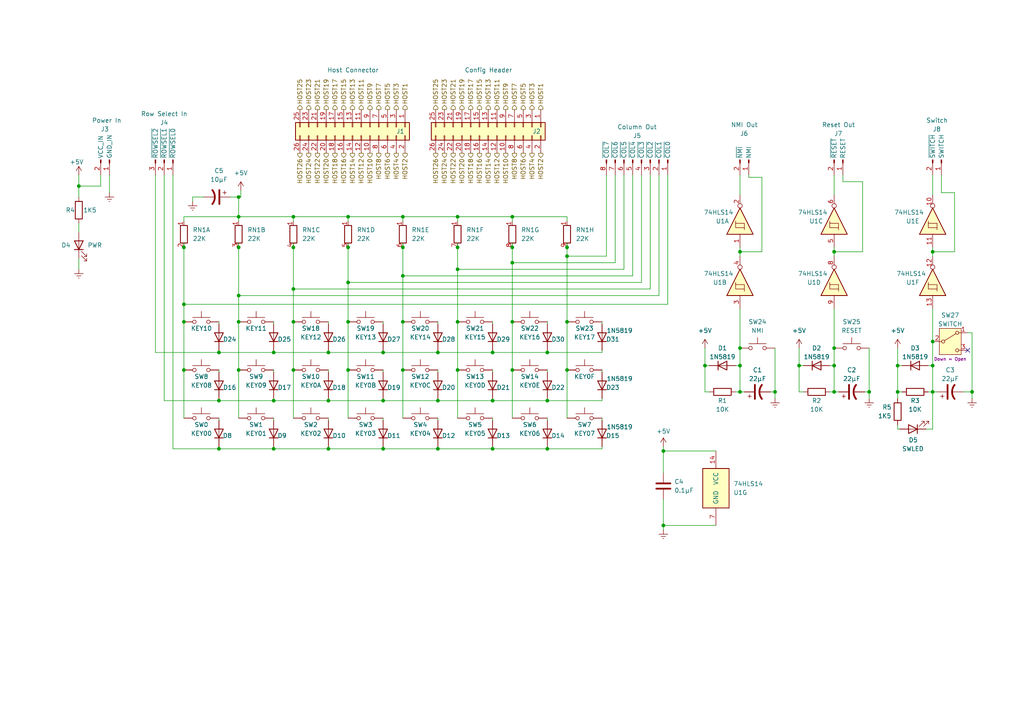
<source format=kicad_sch>
(kicad_sch (version 20230121) (generator eeschema)
  (paper "A4")
  (title_block (title "KP25TK 25 Key Hex Keyboard") (rev "0.0.8") (comment 1 "Desginer: cjs") (comment 2 "Drafter: Andy Diags"))
  (junction (at 116.84 80.01))
  (junction (at 79.375 130.175))
  (junction (at 69.215 85.725))
  (junction (at 281.94 113.665))
  (junction (at 95.25 130.175))
  (junction (at 85.09 71.755))
  (junction (at 111.125 102.235))
  (junction (at 69.215 93.345))
  (junction (at 132.715 62.865))
  (junction (at 142.875 102.235))
  (junction (at 214.63 113.665))
  (junction (at 22.86 53.975))
  (junction (at 111.125 116.205))
  (junction (at 127 102.235))
  (junction (at 192.405 152.4))
  (junction (at 63.5 102.235))
  (junction (at 270.51 113.665))
  (junction (at 100.965 71.755))
  (junction (at 132.715 78.105))
  (junction (at 100.965 62.865))
  (junction (at 270.51 73.025))
  (junction (at 252.095 113.665))
  (junction (at 100.965 107.315))
  (junction (at 164.465 74.295))
  (junction (at 85.09 93.345))
  (junction (at 69.215 57.15))
  (junction (at 132.715 93.345))
  (junction (at 158.75 116.205))
  (junction (at 95.25 102.235))
  (junction (at 79.375 102.235))
  (junction (at 164.465 71.755))
  (junction (at 69.215 62.865))
  (junction (at 158.75 130.175))
  (junction (at 63.5 130.175))
  (junction (at 142.875 130.175))
  (junction (at 148.59 93.345))
  (junction (at 241.935 106.045))
  (junction (at 214.63 100.965))
  (junction (at 214.63 73.025))
  (junction (at 127 116.205))
  (junction (at 111.125 130.175))
  (junction (at 231.775 106.045))
  (junction (at 148.59 76.2))
  (junction (at 241.935 100.965))
  (junction (at 270.51 99.06))
  (junction (at 204.47 106.045))
  (junction (at 148.59 107.315))
  (junction (at 116.84 71.755))
  (junction (at 260.35 113.665))
  (junction (at 116.84 93.345))
  (junction (at 158.75 102.235))
  (junction (at 132.715 71.755))
  (junction (at 85.09 62.865))
  (junction (at 164.465 107.315))
  (junction (at 53.34 93.345))
  (junction (at 69.215 71.755))
  (junction (at 95.25 116.205))
  (junction (at 116.84 62.865))
  (junction (at 192.405 130.81))
  (junction (at 148.59 71.755))
  (junction (at 241.935 113.665))
  (junction (at 79.375 116.205))
  (junction (at 148.59 62.865))
  (junction (at 116.84 107.315))
  (junction (at 85.09 107.315))
  (junction (at 164.465 93.345))
  (junction (at 270.51 106.045))
  (junction (at 127 130.175))
  (junction (at 142.875 116.205))
  (junction (at 214.63 106.045))
  (junction (at 224.79 113.665))
  (junction (at 53.34 107.315))
  (junction (at 241.935 73.025))
  (junction (at 63.5 116.205))
  (junction (at 100.965 81.915))
  (junction (at 53.34 71.755))
  (junction (at 100.965 93.345))
  (junction (at 132.715 107.315))
  (junction (at 53.34 88.265))
  (junction (at 69.215 107.315))
  (junction (at 85.09 83.82))
  (junction (at 260.35 106.045))
  (no_connect (at 280.67 101.6))
  (wire (pts (xy 175.895 50.8) (xy 175.895 74.295)))
  (wire (pts (xy 85.09 70.485) (xy 85.09 71.755)))
  (wire (pts (xy 132.715 62.865) (xy 132.715 64.135)))
  (wire (pts (xy 47.625 50.8) (xy 47.625 116.205)))
  (wire (pts (xy 116.84 71.755) (xy 116.84 80.01)))
  (wire (pts (xy 45.085 50.8) (xy 45.085 102.235)))
  (wire (pts (xy 100.965 81.915) (xy 100.965 93.345)))
  (wire (pts (xy 79.375 121.92) (xy 79.375 121.285)))
  (wire (pts (xy 271.78 113.665) (xy 270.51 113.665)))
  (wire (pts (xy 269.24 113.665) (xy 270.51 113.665)))
  (wire (pts (xy 231.775 100.965) (xy 231.775 106.045)))
  (wire (pts (xy 231.775 113.665) (xy 233.045 113.665)))
  (wire (pts (xy 252.095 113.665) (xy 252.095 115.57)))
  (wire (pts (xy 53.34 88.265) (xy 193.675 88.265)))
  (wire (pts (xy 79.375 130.175) (xy 63.5 130.175)))
  (wire (pts (xy 270.51 71.755) (xy 270.51 73.025)))
  (wire (pts (xy 260.35 113.665) (xy 260.35 115.57)))
  (wire (pts (xy 148.59 76.2) (xy 148.59 93.345)))
  (wire (pts (xy 63.5 101.6) (xy 63.5 102.235)))
  (wire (pts (xy 142.875 121.92) (xy 142.875 121.285)))
  (wire (pts (xy 241.935 113.665) (xy 243.205 113.665)))
  (wire (pts (xy 69.215 62.865) (xy 85.09 62.865)))
  (wire (pts (xy 214.63 89.535) (xy 214.63 100.965)))
  (wire (pts (xy 252.095 100.965) (xy 252.095 113.665)))
  (wire (pts (xy 66.675 57.15) (xy 69.215 57.15)))
  (wire (pts (xy 50.165 130.175) (xy 63.5 130.175)))
  (wire (pts (xy 22.86 74.93) (xy 22.86 78.105)))
  (wire (pts (xy 273.05 50.8) (xy 273.05 55.88)))
  (wire (pts (xy 100.965 70.485) (xy 100.965 71.755)))
  (wire (pts (xy 231.775 106.045) (xy 231.775 113.665)))
  (wire (pts (xy 250.19 73.025) (xy 241.935 73.025)))
  (wire (pts (xy 180.975 50.8) (xy 180.975 78.105)))
  (wire (pts (xy 214.63 106.045) (xy 214.63 113.665)))
  (wire (pts (xy 214.63 50.8) (xy 214.63 56.515)))
  (wire (pts (xy 224.79 115.57) (xy 224.79 113.665)))
  (wire (pts (xy 127 130.175) (xy 111.125 130.175)))
  (wire (pts (xy 132.715 107.315) (xy 132.715 121.285)))
  (wire (pts (xy 244.475 52.705) (xy 244.475 50.8)))
  (wire (pts (xy 148.59 70.485) (xy 148.59 71.755)))
  (wire (pts (xy 164.465 74.295) (xy 164.465 93.345)))
  (wire (pts (xy 158.75 130.175) (xy 142.875 130.175)))
  (wire (pts (xy 100.965 81.915) (xy 186.055 81.915)))
  (wire (pts (xy 127 130.175) (xy 127 129.54)))
  (wire (pts (xy 192.405 130.81) (xy 207.645 130.81)))
  (wire (pts (xy 280.67 96.52) (xy 281.94 96.52)))
  (wire (pts (xy 85.09 62.865) (xy 100.965 62.865)))
  (wire (pts (xy 276.86 55.88) (xy 276.86 73.025)))
  (wire (pts (xy 95.25 116.205) (xy 95.25 115.57)))
  (wire (pts (xy 111.125 116.205) (xy 111.125 115.57)))
  (wire (pts (xy 127 121.92) (xy 127 121.285)))
  (wire (pts (xy 164.465 62.865) (xy 164.465 64.135)))
  (wire (pts (xy 79.375 116.205) (xy 79.375 115.57)))
  (wire (pts (xy 270.51 99.06) (xy 270.51 106.045)))
  (wire (pts (xy 116.84 62.865) (xy 116.84 64.135)))
  (wire (pts (xy 100.965 107.315) (xy 100.965 121.285)))
  (wire (pts (xy 217.17 50.8) (xy 217.17 51.435)))
  (wire (pts (xy 250.825 113.665) (xy 252.095 113.665)))
  (wire (pts (xy 250.19 52.705) (xy 250.19 73.025)))
  (wire (pts (xy 132.715 62.865) (xy 148.59 62.865)))
  (wire (pts (xy 188.595 83.82) (xy 188.595 50.8)))
  (wire (pts (xy 164.465 93.345) (xy 164.465 107.315)))
  (wire (pts (xy 22.86 64.77) (xy 22.86 67.31)))
  (wire (pts (xy 63.5 107.315) (xy 63.5 107.95)))
  (wire (pts (xy 69.215 107.315) (xy 69.215 121.285)))
  (wire (pts (xy 142.875 130.175) (xy 127 130.175)))
  (wire (pts (xy 53.34 107.315) (xy 53.34 121.285)))
  (wire (pts (xy 164.465 107.315) (xy 164.465 121.285)))
  (wire (pts (xy 174.625 116.205) (xy 174.625 115.57)))
  (wire (pts (xy 204.47 100.965) (xy 204.47 106.045)))
  (wire (pts (xy 148.59 62.865) (xy 164.465 62.865)))
  (wire (pts (xy 116.84 70.485) (xy 116.84 71.755)))
  (wire (pts (xy 148.59 76.2) (xy 178.435 76.2)))
  (wire (pts (xy 69.215 93.345) (xy 69.215 107.315)))
  (wire (pts (xy 148.59 62.865) (xy 148.59 64.135)))
  (wire (pts (xy 142.875 130.175) (xy 142.875 129.54)))
  (wire (pts (xy 22.86 53.975) (xy 22.86 57.15)))
  (wire (pts (xy 158.75 102.235) (xy 174.625 102.235)))
  (wire (pts (xy 132.715 71.755) (xy 132.715 78.105)))
  (wire (pts (xy 174.625 107.315) (xy 174.625 107.95)))
  (wire (pts (xy 69.215 57.15) (xy 69.85 57.15)))
  (wire (pts (xy 63.5 102.235) (xy 79.375 102.235)))
  (wire (pts (xy 224.79 113.665) (xy 223.52 113.665)))
  (wire (pts (xy 53.34 71.755) (xy 53.34 88.265)))
  (wire (pts (xy 111.125 107.95) (xy 111.125 107.315)))
  (wire (pts (xy 281.94 96.52) (xy 281.94 113.665)))
  (wire (pts (xy 111.125 130.175) (xy 111.125 129.54)))
  (wire (pts (xy 85.09 62.865) (xy 85.09 64.135)))
  (wire (pts (xy 22.86 53.975) (xy 22.86 50.8)))
  (wire (pts (xy 85.09 71.755) (xy 85.09 83.82)))
  (wire (pts (xy 100.965 62.865) (xy 116.84 62.865)))
  (wire (pts (xy 224.79 100.965) (xy 224.79 113.665)))
  (wire (pts (xy 85.09 83.82) (xy 188.595 83.82)))
  (wire (pts (xy 47.625 116.205) (xy 63.5 116.205)))
  (wire (pts (xy 63.5 93.345) (xy 63.5 93.98)))
  (wire (pts (xy 192.405 144.78) (xy 192.405 152.4)))
  (wire (pts (xy 158.75 116.205) (xy 174.625 116.205)))
  (wire (pts (xy 260.35 124.46) (xy 260.35 123.19)))
  (wire (pts (xy 270.51 106.045) (xy 270.51 113.665)))
  (wire (pts (xy 55.88 57.15) (xy 59.055 57.15)))
  (wire (pts (xy 270.51 73.025) (xy 270.51 74.295)))
  (wire (pts (xy 79.375 107.95) (xy 79.375 107.315)))
  (wire (pts (xy 191.135 85.725) (xy 191.135 50.8)))
  (wire (pts (xy 111.125 102.235) (xy 127 102.235)))
  (wire (pts (xy 100.965 62.865) (xy 100.965 64.135)))
  (wire (pts (xy 204.47 106.045) (xy 204.47 113.665)))
  (wire (pts (xy 193.675 88.265) (xy 193.675 50.8)))
  (wire (pts (xy 63.5 121.92) (xy 63.5 121.285)))
  (wire (pts (xy 95.25 101.6) (xy 95.25 102.235)))
  (wire (pts (xy 281.94 113.665) (xy 281.94 115.57)))
  (wire (pts (xy 127 102.235) (xy 142.875 102.235)))
  (wire (pts (xy 148.59 107.315) (xy 148.59 121.285)))
  (wire (pts (xy 142.875 107.95) (xy 142.875 107.315)))
  (wire (pts (xy 204.47 113.665) (xy 205.74 113.665)))
  (wire (pts (xy 192.405 153.67) (xy 192.405 152.4)))
  (wire (pts (xy 50.165 50.8) (xy 50.165 130.175)))
  (wire (pts (xy 63.5 116.205) (xy 79.375 116.205)))
  (wire (pts (xy 116.84 80.01) (xy 183.515 80.01)))
  (wire (pts (xy 260.35 106.045) (xy 261.62 106.045)))
  (wire (pts (xy 174.625 130.175) (xy 158.75 130.175)))
  (wire (pts (xy 268.605 124.46) (xy 270.51 124.46)))
  (wire (pts (xy 260.35 106.045) (xy 260.35 113.665)))
  (wire (pts (xy 63.5 130.175) (xy 63.5 129.54)))
  (wire (pts (xy 164.465 74.295) (xy 175.895 74.295)))
  (wire (pts (xy 69.85 57.15) (xy 69.85 55.245)))
  (wire (pts (xy 142.875 102.235) (xy 158.75 102.235)))
  (wire (pts (xy 142.875 116.205) (xy 142.875 115.57)))
  (wire (pts (xy 213.36 106.045) (xy 214.63 106.045)))
  (wire (pts (xy 95.25 107.95) (xy 95.25 107.315)))
  (wire (pts (xy 241.935 100.965) (xy 241.935 106.045)))
  (wire (pts (xy 53.34 70.485) (xy 53.34 71.755)))
  (wire (pts (xy 269.24 106.045) (xy 270.51 106.045)))
  (wire (pts (xy 55.88 58.42) (xy 55.88 57.15)))
  (wire (pts (xy 100.965 93.345) (xy 100.965 107.315)))
  (wire (pts (xy 231.775 106.045) (xy 233.045 106.045)))
  (wire (pts (xy 241.935 50.8) (xy 241.935 56.515)))
  (wire (pts (xy 270.51 50.8) (xy 270.51 56.515)))
  (wire (pts (xy 111.125 101.6) (xy 111.125 102.235)))
  (wire (pts (xy 79.375 101.6) (xy 79.375 102.235)))
  (wire (pts (xy 132.715 78.105) (xy 180.975 78.105)))
  (wire (pts (xy 213.36 113.665) (xy 214.63 113.665)))
  (wire (pts (xy 183.515 50.8) (xy 183.515 80.01)))
  (wire (pts (xy 69.215 85.725) (xy 191.135 85.725)))
  (wire (pts (xy 260.35 113.665) (xy 261.62 113.665)))
  (wire (pts (xy 127 116.205) (xy 142.875 116.205)))
  (wire (pts (xy 148.59 93.345) (xy 148.59 107.315)))
  (wire (pts (xy 79.375 93.345) (xy 79.375 93.98)))
  (wire (pts (xy 260.985 124.46) (xy 260.35 124.46)))
  (wire (pts (xy 100.965 71.755) (xy 100.965 81.915)))
  (wire (pts (xy 214.63 113.665) (xy 215.9 113.665)))
  (wire (pts (xy 192.405 130.81) (xy 192.405 137.16)))
  (wire (pts (xy 132.715 78.105) (xy 132.715 93.345)))
  (wire (pts (xy 116.84 107.315) (xy 116.84 121.285)))
  (wire (pts (xy 116.84 80.01) (xy 116.84 93.345)))
  (wire (pts (xy 142.875 101.6) (xy 142.875 102.235)))
  (wire (pts (xy 214.63 73.025) (xy 214.63 74.295)))
  (wire (pts (xy 158.75 116.205) (xy 158.75 115.57)))
  (wire (pts (xy 241.935 89.535) (xy 241.935 100.965)))
  (wire (pts (xy 132.715 70.485) (xy 132.715 71.755)))
  (wire (pts (xy 178.435 50.8) (xy 178.435 76.2)))
  (wire (pts (xy 241.935 71.755) (xy 241.935 73.025)))
  (wire (pts (xy 240.665 113.665) (xy 241.935 113.665)))
  (wire (pts (xy 244.475 52.705) (xy 250.19 52.705)))
  (wire (pts (xy 95.25 121.92) (xy 95.25 121.285)))
  (wire (pts (xy 85.09 83.82) (xy 85.09 93.345)))
  (wire (pts (xy 174.625 102.235) (xy 174.625 101.6)))
  (wire (pts (xy 29.21 53.975) (xy 29.21 50.8)))
  (wire (pts (xy 158.75 101.6) (xy 158.75 102.235)))
  (wire (pts (xy 158.75 130.175) (xy 158.75 129.54)))
  (wire (pts (xy 279.4 113.665) (xy 281.94 113.665)))
  (wire (pts (xy 79.375 116.205) (xy 95.25 116.205)))
  (wire (pts (xy 142.875 116.205) (xy 158.75 116.205)))
  (wire (pts (xy 111.125 93.345) (xy 111.125 93.98)))
  (wire (pts (xy 79.375 130.175) (xy 79.375 129.54)))
  (wire (pts (xy 85.09 107.315) (xy 85.09 121.285)))
  (wire (pts (xy 273.05 55.88) (xy 276.86 55.88)))
  (wire (pts (xy 174.625 121.285) (xy 174.625 121.92)))
  (wire (pts (xy 186.055 81.915) (xy 186.055 50.8)))
  (wire (pts (xy 69.215 85.725) (xy 69.215 93.345)))
  (wire (pts (xy 214.63 100.965) (xy 214.63 106.045)))
  (wire (pts (xy 95.25 102.235) (xy 111.125 102.235)))
  (wire (pts (xy 158.75 121.92) (xy 158.75 121.285)))
  (wire (pts (xy 22.86 53.975) (xy 29.21 53.975)))
  (wire (pts (xy 214.63 71.755) (xy 214.63 73.025)))
  (wire (pts (xy 192.405 129.54) (xy 192.405 130.81)))
  (wire (pts (xy 45.085 102.235) (xy 63.5 102.235)))
  (wire (pts (xy 69.215 62.865) (xy 69.215 64.135)))
  (wire (pts (xy 79.375 102.235) (xy 95.25 102.235)))
  (wire (pts (xy 220.98 51.435) (xy 217.17 51.435)))
  (wire (pts (xy 53.34 64.135) (xy 53.34 62.865)))
  (wire (pts (xy 111.125 121.92) (xy 111.125 121.285)))
  (wire (pts (xy 174.625 129.54) (xy 174.625 130.175)))
  (wire (pts (xy 69.215 62.865) (xy 69.215 57.15)))
  (wire (pts (xy 127 101.6) (xy 127 102.235)))
  (wire (pts (xy 111.125 116.205) (xy 127 116.205)))
  (wire (pts (xy 63.5 115.57) (xy 63.5 116.205)))
  (wire (pts (xy 69.215 70.485) (xy 69.215 71.755)))
  (wire (pts (xy 95.25 130.175) (xy 95.25 129.54)))
  (wire (pts (xy 127 116.205) (xy 127 115.57)))
  (wire (pts (xy 53.34 93.345) (xy 53.34 107.315)))
  (wire (pts (xy 164.465 71.755) (xy 164.465 74.295)))
  (wire (pts (xy 79.375 130.175) (xy 95.25 130.175)))
  (wire (pts (xy 116.84 62.865) (xy 132.715 62.865)))
  (wire (pts (xy 31.75 50.8) (xy 31.75 55.88)))
  (wire (pts (xy 148.59 71.755) (xy 148.59 76.2)))
  (wire (pts (xy 174.625 93.98) (xy 174.625 93.345)))
  (wire (pts (xy 158.75 107.95) (xy 158.75 107.315)))
  (wire (pts (xy 270.51 124.46) (xy 270.51 113.665)))
  (wire (pts (xy 164.465 70.485) (xy 164.465 71.755)))
  (wire (pts (xy 260.35 100.965) (xy 260.35 106.045)))
  (wire (pts (xy 158.75 93.345) (xy 158.75 93.98)))
  (wire (pts (xy 95.25 116.205) (xy 111.125 116.205)))
  (wire (pts (xy 204.47 106.045) (xy 205.74 106.045)))
  (wire (pts (xy 220.98 51.435) (xy 220.98 73.025)))
  (wire (pts (xy 132.715 93.345) (xy 132.715 107.315)))
  (wire (pts (xy 85.09 93.345) (xy 85.09 107.315)))
  (wire (pts (xy 127 93.345) (xy 127 93.98)))
  (wire (pts (xy 270.51 89.535) (xy 270.51 99.06)))
  (wire (pts (xy 53.34 62.865) (xy 69.215 62.865)))
  (wire (pts (xy 220.98 73.025) (xy 214.63 73.025)))
  (wire (pts (xy 69.215 71.755) (xy 69.215 85.725)))
  (wire (pts (xy 142.875 93.345) (xy 142.875 93.98)))
  (wire (pts (xy 127 107.95) (xy 127 107.315)))
  (wire (pts (xy 192.405 152.4) (xy 207.645 152.4)))
  (wire (pts (xy 95.25 130.175) (xy 111.125 130.175)))
  (wire (pts (xy 95.25 93.345) (xy 95.25 93.98)))
  (wire (pts (xy 241.935 73.025) (xy 241.935 74.295)))
  (wire (pts (xy 240.665 106.045) (xy 241.935 106.045)))
  (wire (pts (xy 276.86 73.025) (xy 270.51 73.025)))
  (wire (pts (xy 116.84 93.345) (xy 116.84 107.315)))
  (wire (pts (xy 241.935 106.045) (xy 241.935 113.665)))
  (wire (pts (xy 53.34 88.265) (xy 53.34 93.345)))
  (hierarchical_label "HOST2" (shape output) (at 156.845 44.45 270))
  (hierarchical_label "HOST5" (shape output) (at 112.395 31.75 90))
  (hierarchical_label "HOST10" (shape output) (at 146.685 44.45 270))
  (hierarchical_label "HOST24" (shape output) (at 128.905 44.45 270))
  (hierarchical_label "HOST18" (shape output) (at 97.155 44.45 270))
  (hierarchical_label "HOST16" (shape output) (at 99.695 44.45 270))
  (hierarchical_label "HOST3" (shape output) (at 114.935 31.75 90))
  (hierarchical_label "HOST21" (shape output) (at 131.445 31.75 90))
  (hierarchical_label "HOST3" (shape output) (at 154.305 31.75 90))
  (hierarchical_label "HOST25" (shape output) (at 126.365 31.75 90))
  (hierarchical_label "HOST26" (shape output) (at 86.995 44.45 270))
  (hierarchical_label "HOST1" (shape output) (at 117.475 31.75 90))
  (hierarchical_label "HOST23" (shape output) (at 89.535 31.75 90))
  (hierarchical_label "HOST19" (shape output) (at 94.615 31.75 90))
  (hierarchical_label "HOST12" (shape output) (at 144.145 44.45 270))
  (hierarchical_label "HOST8" (shape output) (at 109.855 44.45 270))
  (hierarchical_label "HOST7" (shape output) (at 149.225 31.75 90))
  (hierarchical_label "HOST12" (shape output) (at 104.775 44.45 270))
  (hierarchical_label "HOST26" (shape output) (at 126.365 44.45 270))
  (hierarchical_label "HOST7" (shape output) (at 109.855 31.75 90))
  (hierarchical_label "HOST24" (shape output) (at 89.535 44.45 270))
  (hierarchical_label "HOST6" (shape output) (at 151.765 44.45 270))
  (hierarchical_label "HOST16" (shape output) (at 139.065 44.45 270))
  (hierarchical_label "HOST18" (shape output) (at 136.525 44.45 270))
  (hierarchical_label "HOST17" (shape output) (at 97.155 31.75 90))
  (hierarchical_label "HOST2" (shape output) (at 117.475 44.45 270))
  (hierarchical_label "HOST9" (shape output) (at 146.685 31.75 90))
  (hierarchical_label "HOST23" (shape output) (at 128.905 31.75 90))
  (hierarchical_label "HOST21" (shape output) (at 92.075 31.75 90))
  (hierarchical_label "HOST22" (shape output) (at 92.075 44.45 270))
  (hierarchical_label "HOST15" (shape output) (at 139.065 31.75 90))
  (hierarchical_label "HOST20" (shape output) (at 94.615 44.45 270))
  (hierarchical_label "HOST1" (shape output) (at 156.845 31.75 90))
  (hierarchical_label "HOST13" (shape output) (at 141.605 31.75 90))
  (hierarchical_label "HOST10" (shape output) (at 107.315 44.45 270))
  (hierarchical_label "HOST25" (shape output) (at 86.995 31.75 90))
  (hierarchical_label "HOST22" (shape output) (at 131.445 44.45 270))
  (hierarchical_label "HOST4" (shape output) (at 114.935 44.45 270))
  (hierarchical_label "HOST20" (shape output) (at 133.985 44.45 270))
  (hierarchical_label "HOST11" (shape output) (at 144.145 31.75 90))
  (hierarchical_label "HOST13" (shape output) (at 102.235 31.75 90))
  (hierarchical_label "HOST19" (shape output) (at 133.985 31.75 90))
  (hierarchical_label "HOST11" (shape output) (at 104.775 31.75 90))
  (hierarchical_label "HOST4" (shape output) (at 154.305 44.45 270))
  (hierarchical_label "HOST8" (shape output) (at 149.225 44.45 270))
  (hierarchical_label "HOST6" (shape output) (at 112.395 44.45 270))
  (hierarchical_label "HOST5" (shape output) (at 151.765 31.75 90))
  (hierarchical_label "HOST17" (shape output) (at 136.525 31.75 90))
  (hierarchical_label "HOST14" (shape output) (at 141.605 44.45 270))
  (hierarchical_label "HOST15" (shape output) (at 99.695 31.75 90))
  (hierarchical_label "HOST14" (shape output) (at 102.235 44.45 270))
  (hierarchical_label "HOST9" (shape output) (at 107.315 31.75 90))
  (symbol (lib_id "Device:R_Network08_Split") (at 132.715 67.945 0) (unit 6)
    (property "Reference" "RN1" (at 135.255 66.675 0) (effects (justify left)))
    (property "Value" "22K" (at 135.255 69.215 0) (effects (justify left)))
    (property "Footprint" "Resistor_THT:R_Array_SIP9" (effects hide))
    (property "Datasheet" "http://www.vishay.com/docs/31509/csc.pdf" (effects hide))
  )
  (symbol (lib_id "Device:LED") (at 22.86 71.12 90) (unit 1)
    (property "Reference" "D4" (at 17.78 71.12 90) (effects (justify right)))
    (property "Value" "PWR" (at 25.4 71.12 90) (effects (justify right)))
    (property "Footprint" "LED_THT:LED_D3.0mm" (effects hide))
  )
  (symbol (lib_id "Diode:1N4148") (at 79.375 97.79 90) (unit 1)
    (property "Reference" "D25" (at 84.455 98.425 90) (effects (justify left)))
    (property "Value" "1N5819" (effects hide))
    (property "Footprint" "Diode_THT:D_DO-35_SOD27_P7.62mm_Horizontal" (effects hide))
    (property "Datasheet" "https://assets.nexperia.com/documents/data-sheet/1N4148_1N4448.pdf" (effects hide))
    (property "Sim.Device" "D" (effects hide))
    (property "Sim.Pins" "1=K 2=A" (effects hide))
  )
  (symbol (lib_id "Device:R_Network08_Split") (at 69.215 67.945 0) (unit 2)
    (property "Reference" "RN1" (at 71.755 66.675 0) (effects (justify left)))
    (property "Value" "22K" (at 71.755 69.215 0) (effects (justify left)))
    (property "Footprint" "Resistor_THT:R_Array_SIP9" (effects hide))
    (property "Datasheet" "http://www.vishay.com/docs/31509/csc.pdf" (effects hide))
  )
  (symbol (lib_id "Switch:SW_Push") (at 58.42 121.285 0) (unit 1)
    (property "Reference" "SW0" (at 58.42 123.19 0))
    (property "Value" "KEY00" (at 58.42 125.73 0))
    (property "Footprint" "Button_Switch_Keyboard:SW_Cherry_MX_1.00u_PCB" (effects hide))
  )
  (symbol (lib_id "Switch:SW_Push") (at 58.42 107.315 0) (unit 1)
    (property "Reference" "SW8" (at 58.42 109.22 0))
    (property "Value" "KEY08" (at 58.42 111.76 0))
    (property "Footprint" "Button_Switch_Keyboard:SW_Cherry_MX_1.00u_PCB" (effects hide))
  )
  (symbol (lib_id "Diode:1N4148") (at 63.5 97.79 90) (unit 1)
    (property "Reference" "D24" (at 68.58 98.425 90) (effects (justify left)))
    (property "Value" "1N5819" (effects hide))
    (property "Footprint" "Diode_THT:D_DO-35_SOD27_P7.62mm_Horizontal" (effects hide))
    (property "Datasheet" "https://assets.nexperia.com/documents/data-sheet/1N4148_1N4448.pdf" (effects hide))
    (property "Sim.Device" "D" (effects hide))
    (property "Sim.Pins" "1=K 2=A" (effects hide))
  )
  (symbol (lib_id "Device:C") (at 192.405 140.97 180) (unit 1)
    (property "Reference" "C4" (at 195.58 139.7 0) (effects (justify right)))
    (property "Value" "0.1µF" (at 195.58 142.24 0) (effects (justify right)))
    (property "Footprint" "Capacitor_THT:C_Disc_D5.0mm_W2.5mm_P5.00mm" (effects hide))
  )
  (symbol (lib_id "Connector_Generic:Conn_02x13_Odd_Even") (at 102.235 36.83 270) (unit 1)
    (property "Reference" "J1" (at 114.935 38.1 90) (effects (justify left)))
    (property "Value" "Host Connector" (at 109.855 20.32 90) (effects (justify right)))
    (property "Footprint" "Connector_PinHeader_2.54mm:PinHeader_2x13_P2.54mm_Vertical" (effects hide))
  )
  (symbol (lib_name "Conn_01x03_Pin_1") (lib_id "Connector:Conn_01x03_Pin") (at 47.625 46.355 270) (unit 1)
    (property "Reference" "J4" (at 47.625 35.56 90))
    (property "Value" "Row Select In" (at 47.625 33.02 90))
    (property "Footprint" "Connector_PinHeader_2.54mm:PinHeader_1x03_P2.54mm_Vertical" (effects hide))
  )
  (symbol (lib_id "Switch:SW_Push") (at 137.795 107.315 0) (unit 1)
    (property "Reference" "SW13" (at 137.795 109.22 0))
    (property "Value" "KEY0D" (at 137.795 111.76 0))
    (property "Footprint" "Button_Switch_Keyboard:SW_Cherry_MX_1.00u_PCB" (effects hide))
  )
  (symbol (lib_id "Switch:SW_Push") (at 169.545 107.315 0) (unit 1)
    (property "Reference" "SW15" (effects hide))
    (property "Value" "KEY0F" (at 169.545 109.22 0))
    (property "Footprint" "Button_Switch_Keyboard:SW_Cherry_MX_1.00u_PCB" (effects hide))
  )
  (symbol (lib_name "74LS14_1") (lib_id "74xx:74LS14") (at 207.645 141.605 0) (unit 7)
    (property "Reference" "U1" (at 212.725 142.875 0) (effects (justify left)))
    (property "Value" "74HLS14" (at 212.725 140.335 0) (effects (justify left)))
    (property "Footprint" "Package_DIP:DIP-14_W7.62mm" (effects hide))
    (property "Datasheet" "http://www.ti.com/lit/gpn/sn74LS14" (effects hide))
  )
  (symbol (lib_id "Switch:SW_Push") (at 121.92 107.315 0) (unit 1)
    (property "Reference" "SW12" (at 121.92 109.22 0))
    (property "Value" "KEY0C" (at 121.92 111.76 0))
    (property "Footprint" "Button_Switch_Keyboard:SW_Cherry_MX_1.00u_PCB" (effects hide))
  )
  (symbol (lib_id "Switch:SW_Push") (at 153.67 121.285 0) (unit 1)
    (property "Reference" "SW6" (at 153.67 123.19 0))
    (property "Value" "KEY06" (at 153.67 125.73 0))
    (property "Footprint" "Button_Switch_Keyboard:SW_Cherry_MX_1.00u_PCB" (effects hide))
  )
  (symbol (lib_id "power:Earth") (at 192.405 153.67 0) (unit 1)
    (property "Reference" "#PWR03" (effects hide))
    (property "Value" "Earth" (effects hide))
  )
  (symbol (lib_id "Switch:SW_Push") (at 74.295 93.345 0) (unit 1)
    (property "Reference" "SW17" (effects hide))
    (property "Value" "KEY11" (at 74.295 95.25 0))
    (property "Footprint" "Button_Switch_Keyboard:SW_Cherry_MX_1.00u_PCB" (effects hide))
  )
  (symbol (lib_id "Diode:1N4148") (at 127 125.73 90) (unit 1)
    (property "Reference" "D12" (at 132.08 126.365 90) (effects (justify left)))
    (property "Value" "1N5819" (effects hide))
    (property "Footprint" "Diode_THT:D_DO-35_SOD27_P7.62mm_Horizontal" (effects hide))
    (property "Datasheet" "https://assets.nexperia.com/documents/data-sheet/1N4148_1N4448.pdf" (effects hide))
    (property "Sim.Device" "D" (effects hide))
    (property "Sim.Pins" "1=K 2=A" (effects hide))
  )
  (symbol (lib_id "Diode:1N4148") (at 142.875 111.76 90) (unit 1)
    (property "Reference" "D21" (at 147.955 112.395 90) (effects (justify left)))
    (property "Value" "1N5819" (effects hide))
    (property "Footprint" "Diode_THT:D_DO-35_SOD27_P7.62mm_Horizontal" (effects hide))
    (property "Datasheet" "https://assets.nexperia.com/documents/data-sheet/1N4148_1N4448.pdf" (effects hide))
    (property "Sim.Device" "D" (effects hide))
    (property "Sim.Pins" "1=K 2=A" (effects hide))
  )
  (symbol (lib_name "Conn_01x02_Pin_3") (lib_id "Connector:Conn_01x02_Pin") (at 244.475 46.355 270) (unit 1)
    (property "Reference" "J7" (at 241.935 38.735 90) (effects (justify left)))
    (property "Value" "Reset Out" (at 243.205 36.195 90))
    (property "Footprint" "Connector_PinHeader_2.54mm:PinHeader_1x02_P2.54mm_Vertical" (effects hide))
  )
  (symbol (lib_id "Diode:1N4148") (at 158.75 111.76 90) (unit 1)
    (property "Reference" "D22" (at 163.83 112.395 90) (effects (justify left)))
    (property "Value" "1N5819" (effects hide))
    (property "Footprint" "Diode_THT:D_DO-35_SOD27_P7.62mm_Horizontal" (effects hide))
    (property "Datasheet" "https://assets.nexperia.com/documents/data-sheet/1N4148_1N4448.pdf" (effects hide))
    (property "Sim.Device" "D" (effects hide))
    (property "Sim.Pins" "1=K 2=A" (effects hide))
  )
  (symbol (lib_id "Switch:SW_Push") (at 58.42 93.345 0) (unit 1)
    (property "Reference" "SW16" (effects hide))
    (property "Value" "KEY10" (at 58.42 95.25 0))
    (property "Footprint" "Button_Switch_Keyboard:SW_Cherry_MX_1.00u_PCB" (effects hide))
  )
  (symbol (lib_id "Switch:SW_Push") (at 169.545 93.345 0) (unit 1)
    (property "Reference" "SW23" (at 169.545 95.25 0))
    (property "Value" "KEY17" (at 169.545 97.79 0))
    (property "Footprint" "Button_Switch_Keyboard:SW_Cherry_MX_1.00u_PCB" (effects hide))
  )
  (symbol (lib_id "Diode:1N4148") (at 174.625 97.79 90) (unit 1)
    (property "Reference" "D31" (at 179.705 98.425 90) (effects (justify left)))
    (property "Value" "1N5819" (at 183.515 95.885 90) (effects (justify left)))
    (property "Footprint" "Diode_THT:D_DO-35_SOD27_P7.62mm_Horizontal" (effects hide))
    (property "Datasheet" "https://assets.nexperia.com/documents/data-sheet/1N4148_1N4448.pdf" (effects hide))
    (property "Sim.Device" "D" (effects hide))
    (property "Sim.Pins" "1=K 2=A" (effects hide))
  )
  (symbol (lib_id "Device:R") (at 236.855 113.665 90) (unit 1)
    (property "Reference" "R2" (at 236.855 116.205 90))
    (property "Value" "10K" (at 236.855 118.745 90))
    (property "Footprint" "Resistor_THT:R_Axial_DIN0207_L6.3mm_D2.5mm_P10.16mm_Horizontal" (effects hide))
  )
  (symbol (lib_id "power:+5V") (at 204.47 100.965 0) (unit 1)
    (property "Reference" "#PWR02" (effects hide))
    (property "Value" "+5V" (at 204.47 95.885 0))
  )
  (symbol (lib_id "Device:C_Polarized_US") (at 62.865 57.15 270) (unit 1)
    (property "Reference" "C5" (at 63.5 49.53 90))
    (property "Value" "10µF" (at 63.5 52.07 90))
    (property "Footprint" "Capacitor_THT:CP_Radial_D5.0mm_P2.00mm" (effects hide))
  )
  (symbol (lib_id "Diode:1N4148") (at 95.25 97.79 90) (unit 1)
    (property "Reference" "D26" (at 100.33 98.425 90) (effects (justify left)))
    (property "Value" "1N5819" (effects hide))
    (property "Footprint" "Diode_THT:D_DO-35_SOD27_P7.62mm_Horizontal" (effects hide))
    (property "Datasheet" "https://assets.nexperia.com/documents/data-sheet/1N4148_1N4448.pdf" (effects hide))
    (property "Sim.Device" "D" (effects hide))
    (property "Sim.Pins" "1=K 2=A" (effects hide))
  )
  (symbol (lib_id "Diode:1N4148") (at 158.75 97.79 90) (unit 1)
    (property "Reference" "D30" (at 163.83 98.425 90) (effects (justify left)))
    (property "Value" "1N5819" (effects hide))
    (property "Footprint" "Diode_THT:D_DO-35_SOD27_P7.62mm_Horizontal" (effects hide))
    (property "Datasheet" "https://assets.nexperia.com/documents/data-sheet/1N4148_1N4448.pdf" (effects hide))
    (property "Sim.Device" "D" (effects hide))
    (property "Sim.Pins" "1=K 2=A" (effects hide))
  )
  (symbol (lib_name "Conn_01x02_Pin_4") (lib_id "Connector:Conn_01x02_Pin") (at 217.17 46.355 270) (unit 1)
    (property "Reference" "J6" (at 214.63 38.735 90) (effects (justify left)))
    (property "Value" "NMI Out" (at 215.9 36.195 90))
    (property "Footprint" "Connector_PinHeader_2.54mm:PinHeader_1x02_P2.54mm_Vertical" (effects hide))
  )
  (symbol (lib_id "Device:R") (at 260.35 119.38 0) (unit 1)
    (property "Reference" "R5" (at 255.905 118.11 0) (effects (justify left)))
    (property "Value" "1K5" (at 254.635 120.65 0) (effects (justify left)))
    (property "Footprint" "Resistor_THT:R_Axial_DIN0207_L6.3mm_D2.5mm_P10.16mm_Horizontal" (effects hide))
  )
  (symbol (lib_id "Switch:SW_Push") (at 90.17 107.315 0) (unit 1)
    (property "Reference" "SW10" (at 90.17 109.22 0))
    (property "Value" "KEY0A" (at 90.17 111.76 0))
    (property "Footprint" "Button_Switch_Keyboard:SW_Cherry_MX_1.00u_PCB" (effects hide))
  )
  (symbol (lib_id "Diode:1N4148") (at 63.5 111.76 90) (unit 1)
    (property "Reference" "D16" (at 68.58 112.395 90) (effects (justify left)))
    (property "Value" "1N5819" (effects hide))
    (property "Footprint" "Diode_THT:D_DO-35_SOD27_P7.62mm_Horizontal" (effects hide))
    (property "Datasheet" "https://assets.nexperia.com/documents/data-sheet/1N4148_1N4448.pdf" (effects hide))
    (property "Sim.Device" "D" (effects hide))
    (property "Sim.Pins" "1=K 2=A" (effects hide))
  )
  (symbol (lib_id "Switch:SW_Push") (at 137.795 93.345 0) (unit 1)
    (property "Reference" "SW21" (at 137.795 95.25 0))
    (property "Value" "KEY15" (at 137.795 97.79 0))
    (property "Footprint" "Button_Switch_Keyboard:SW_Cherry_MX_1.00u_PCB" (effects hide))
  )
  (symbol (lib_name "Conn_01x08_Pin_1") (lib_id "Connector:Conn_01x08_Pin") (at 186.055 46.355 270) (unit 1)
    (property "Reference" "J5" (at 184.785 39.37 90))
    (property "Value" "Column Out" (at 184.785 36.83 90))
    (property "Footprint" "Connector_PinHeader_2.54mm:PinHeader_1x08_P2.54mm_Vertical" (effects hide))
  )
  (symbol (lib_id "power:+5V") (at 260.35 100.965 0) (unit 1)
    (property "Reference" "#PWR010" (effects hide))
    (property "Value" "+5V" (at 260.35 95.885 0))
  )
  (symbol (lib_id "Connector_Generic:Conn_02x13_Odd_Even") (at 141.605 36.83 270) (unit 1)
    (property "Reference" "J2" (at 156.845 38.1 90) (effects (justify right)))
    (property "Value" "Config Header" (at 148.59 20.32 90) (effects (justify right)))
    (property "Footprint" "Connector_PinHeader_2.54mm:PinHeader_2x13_P2.54mm_Vertical" (effects hide))
  )
  (symbol (lib_id "Diode:1N4148") (at 158.75 125.73 90) (unit 1)
    (property "Reference" "D14" (at 163.83 126.365 90) (effects (justify left)))
    (property "Value" "1N5819" (effects hide))
    (property "Footprint" "Diode_THT:D_DO-35_SOD27_P7.62mm_Horizontal" (effects hide))
    (property "Datasheet" "https://assets.nexperia.com/documents/data-sheet/1N4148_1N4448.pdf" (effects hide))
    (property "Sim.Device" "D" (effects hide))
    (property "Sim.Pins" "1=K 2=A" (effects hide))
  )
  (symbol (lib_id "Diode:1N4148") (at 236.855 106.045 0) (unit 1)
    (property "Reference" "D2" (at 236.855 100.965 0))
    (property "Value" "1N5819" (at 236.855 103.505 0))
    (property "Footprint" "Diode_THT:D_DO-35_SOD27_P7.62mm_Horizontal" (effects hide))
    (property "Datasheet" "https://assets.nexperia.com/documents/data-sheet/1N4148_1N4448.pdf" (effects hide))
    (property "Sim.Device" "D" (effects hide))
    (property "Sim.Pins" "1=K 2=A" (effects hide))
  )
  (symbol (lib_id "Diode:1N4148") (at 127 111.76 90) (unit 1)
    (property "Reference" "D20" (at 132.08 112.395 90) (effects (justify left)))
    (property "Value" "1N5819" (effects hide))
    (property "Footprint" "Diode_THT:D_DO-35_SOD27_P7.62mm_Horizontal" (effects hide))
    (property "Datasheet" "https://assets.nexperia.com/documents/data-sheet/1N4148_1N4448.pdf" (effects hide))
    (property "Sim.Device" "D" (effects hide))
    (property "Sim.Pins" "1=K 2=A" (effects hide))
  )
  (symbol (lib_id "Device:C_Polarized_US") (at 247.015 113.665 90) (unit 1)
    (property "Reference" "C2" (at 247.015 107.315 90))
    (property "Value" "22µF" (at 247.015 109.855 90))
    (property "Footprint" "Capacitor_THT:CP_Radial_D5.0mm_P2.00mm" (effects hide))
  )
  (symbol (lib_id "Switch:SW_Push") (at 74.295 107.315 0) (unit 1)
    (property "Reference" "SW9" (at 74.295 109.22 0))
    (property "Value" "KEY09" (at 74.295 111.76 0))
    (property "Footprint" "Button_Switch_Keyboard:SW_Cherry_MX_1.00u_PCB" (effects hide))
  )
  (symbol (lib_id "Switch:SW_Push") (at 74.295 121.285 0) (unit 1)
    (property "Reference" "SW1" (at 74.295 123.19 0))
    (property "Value" "KEY01" (at 74.295 125.73 0))
    (property "Footprint" "Button_Switch_Keyboard:SW_Cherry_MX_1.00u_PCB" (effects hide))
  )
  (symbol (lib_id "power:Earth") (at 281.94 115.57 0) (unit 1)
    (property "Reference" "#PWR011" (effects hide))
    (property "Value" "Earth" (effects hide))
  )
  (symbol (lib_id "Switch:SW_Push") (at 106.045 107.315 0) (unit 1)
    (property "Reference" "SW11" (at 106.045 109.22 0))
    (property "Value" "KEY0B" (at 106.045 111.76 0))
    (property "Footprint" "Button_Switch_Keyboard:SW_Cherry_MX_1.00u_PCB" (effects hide))
  )
  (symbol (lib_id "power:Earth") (at 252.095 115.57 0) (unit 1)
    (property "Reference" "#PWR07" (effects hide))
    (property "Value" "Earth" (effects hide))
  )
  (symbol (lib_id "Device:R_Network08_Split") (at 53.34 67.945 0) (unit 1)
    (property "Reference" "RN1" (at 55.88 66.675 0) (effects (justify left)))
    (property "Value" "22K" (at 55.88 69.215 0) (effects (justify left)))
    (property "Footprint" "Resistor_THT:R_Array_SIP9" (effects hide))
    (property "Datasheet" "http://www.vishay.com/docs/31509/csc.pdf" (effects hide))
  )
  (symbol (lib_name "74LS14_2") (lib_id "74xx:74LS14") (at 214.63 64.135 90) (unit 1)
    (property "Reference" "U1" (at 211.455 64.135 90) (effects (justify left)))
    (property "Value" "74HLS14" (at 212.725 61.595 90) (effects (justify left)))
    (property "Footprint" "Package_DIP:DIP-14_W7.62mm" (effects hide))
    (property "Datasheet" "http://www.ti.com/lit/gpn/sn74LS14" (effects hide))
  )
  (symbol (lib_id "power:+5V") (at 231.775 100.965 0) (unit 1)
    (property "Reference" "#PWR05" (effects hide))
    (property "Value" "+5V" (at 231.775 95.885 0))
  )
  (symbol (lib_id "Switch:SW_SPDT") (at 275.59 99.06 0) (unit 1)
    (property "Reference" "SW27" (at 275.59 91.44 0))
    (property "Value" "SWITCH" (at 275.59 93.98 0))
    (property "Footprint" "Button_Switch_THT_Extras:SW_MINI-SPDT-SW" (effects hide))
    (property "Label" "Down = Open" (at 275.59 104.14 0) (effects (font (size 0.9 0.9))))
  )
  (symbol (lib_id "power:Earth") (at 224.79 115.57 0) (unit 1)
    (property "Reference" "#PWR01" (effects hide))
    (property "Value" "Earth" (effects hide))
  )
  (symbol (lib_id "Diode:1N4148") (at 63.5 125.73 90) (unit 1)
    (property "Reference" "D8" (at 67.31 126.365 90) (effects (justify left)))
    (property "Value" "1N5819" (effects hide))
    (property "Footprint" "Diode_THT:D_DO-35_SOD27_P7.62mm_Horizontal" (effects hide))
    (property "Datasheet" "https://assets.nexperia.com/documents/data-sheet/1N4148_1N4448.pdf" (effects hide))
    (property "Sim.Device" "D" (effects hide))
    (property "Sim.Pins" "1=K 2=A" (effects hide))
  )
  (symbol (lib_id "power:Earth") (at 55.88 58.42 0) (unit 1)
    (property "Reference" "#PWR04" (effects hide))
    (property "Value" "Earth" (effects hide))
  )
  (symbol (lib_id "power:+5V") (at 22.86 50.8 0) (unit 1)
    (property "Reference" "#PWR08" (effects hide))
    (property "Value" "+5V" (at 22.225 46.99 0))
  )
  (symbol (lib_id "Device:C_Polarized_US") (at 275.59 113.665 90) (unit 1)
    (property "Reference" "C3" (at 275.59 107.315 90))
    (property "Value" "22µF" (at 275.59 109.855 90))
    (property "Footprint" "Capacitor_THT:CP_Radial_D5.0mm_P2.00mm" (effects hide))
  )
  (symbol (lib_id "Switch:SW_Push") (at 247.015 100.965 0) (unit 1)
    (property "Reference" "SW25" (at 247.015 93.345 0))
    (property "Value" "RESET" (at 247.015 95.885 0))
    (property "Footprint" "Button_Switch_THT:SW_PUSH-12mm" (effects hide))
  )
  (symbol (lib_id "power:+5V") (at 192.405 129.54 0) (unit 1)
    (property "Reference" "#PWR09" (effects hide))
    (property "Value" "+5V" (at 192.405 125.095 0))
  )
  (symbol (lib_id "Device:R_Network08_Split") (at 148.59 67.945 0) (unit 7)
    (property "Reference" "RN1" (at 151.13 66.675 0) (effects (justify left)))
    (property "Value" "22K" (at 151.13 69.215 0) (effects (justify left)))
    (property "Footprint" "Resistor_THT:R_Array_SIP9" (effects hide))
    (property "Datasheet" "http://www.vishay.com/docs/31509/csc.pdf" (effects hide))
  )
  (symbol (lib_id "Device:R_Network08_Split") (at 164.465 67.945 0) (unit 8)
    (property "Reference" "RN1" (at 167.005 66.675 0) (effects (justify left)))
    (property "Value" "22K" (at 167.005 69.215 0) (effects (justify left)))
    (property "Footprint" "Resistor_THT:R_Array_SIP9" (effects hide))
    (property "Datasheet" "http://www.vishay.com/docs/31509/csc.pdf" (effects hide))
  )
  (symbol (lib_id "Device:R_Network08_Split") (at 85.09 67.945 0) (unit 3)
    (property "Reference" "RN1" (at 87.63 66.675 0) (effects (justify left)))
    (property "Value" "22K" (at 87.63 69.215 0) (effects (justify left)))
    (property "Footprint" "Resistor_THT:R_Array_SIP9" (effects hide))
    (property "Datasheet" "http://www.vishay.com/docs/31509/csc.pdf" (effects hide))
  )
  (symbol (lib_id "power:Earth") (at 31.75 55.88 0) (unit 1)
    (property "Reference" "#PWR06" (effects hide))
    (property "Value" "Earth" (effects hide))
  )
  (symbol (lib_id "Switch:SW_Push") (at 90.17 93.345 0) (unit 1)
    (property "Reference" "SW18" (at 90.17 95.25 0))
    (property "Value" "KEY12" (at 90.17 97.79 0))
    (property "Footprint" "Button_Switch_Keyboard:SW_Cherry_MX_1.00u_PCB" (effects hide))
  )
  (symbol (lib_id "Device:R_Network08_Split") (at 116.84 67.945 0) (unit 5)
    (property "Reference" "RN1" (at 119.38 66.675 0) (effects (justify left)))
    (property "Value" "22K" (at 119.38 69.215 0) (effects (justify left)))
    (property "Footprint" "Resistor_THT:R_Array_SIP9" (effects hide))
    (property "Datasheet" "http://www.vishay.com/docs/31509/csc.pdf" (effects hide))
  )
  (symbol (lib_id "Device:R") (at 265.43 113.665 90) (unit 1)
    (property "Reference" "R3" (at 265.43 116.205 90))
    (property "Value" "10K" (at 265.43 118.745 90))
    (property "Footprint" "Resistor_THT:R_Axial_DIN0207_L6.3mm_D2.5mm_P10.16mm_Horizontal" (effects hide))
  )
  (symbol (lib_name "74LS14_6") (lib_id "74xx:74LS14") (at 270.51 81.915 90) (unit 6)
    (property "Reference" "U1" (at 266.7 81.915 90) (effects (justify left)))
    (property "Value" "74HLS14" (at 268.605 79.375 90) (effects (justify left)))
    (property "Footprint" "Package_DIP:DIP-14_W7.62mm" (effects hide))
    (property "Datasheet" "http://www.ti.com/lit/gpn/sn74LS14" (effects hide))
  )
  (symbol (lib_id "Switch:SW_Push") (at 106.045 121.285 0) (unit 1)
    (property "Reference" "SW3" (at 106.045 123.19 0))
    (property "Value" "KEY03" (at 106.045 125.73 0))
    (property "Footprint" "Button_Switch_Keyboard:SW_Cherry_MX_1.00u_PCB" (effects hide))
  )
  (symbol (lib_id "Device:R_Network08_Split") (at 100.965 67.945 0) (unit 4)
    (property "Reference" "RN1" (at 103.505 66.675 0) (effects (justify left)))
    (property "Value" "22K" (at 103.505 69.215 0) (effects (justify left)))
    (property "Footprint" "Resistor_THT:R_Array_SIP9" (effects hide))
    (property "Datasheet" "http://www.vishay.com/docs/31509/csc.pdf" (effects hide))
  )
  (symbol (lib_id "Switch:SW_Push") (at 219.71 100.965 0) (unit 1)
    (property "Reference" "SW24" (at 219.71 93.345 0))
    (property "Value" "NMI" (at 219.71 95.885 0))
    (property "Footprint" "Button_Switch_Keyboard:SW_Cherry_MX_1.00u_PCB" (effects hide))
  )
  (symbol (lib_id "Diode:1N4148") (at 111.125 111.76 90) (unit 1)
    (property "Reference" "D19" (at 116.205 112.395 90) (effects (justify left)))
    (property "Value" "1N5819" (effects hide))
    (property "Footprint" "Diode_THT:D_DO-35_SOD27_P7.62mm_Horizontal" (effects hide))
    (property "Datasheet" "https://assets.nexperia.com/documents/data-sheet/1N4148_1N4448.pdf" (effects hide))
    (property "Sim.Device" "D" (effects hide))
    (property "Sim.Pins" "1=K 2=A" (effects hide))
  )
  (symbol (lib_id "Diode:1N4148") (at 142.875 97.79 90) (unit 1)
    (property "Reference" "D29" (at 147.955 98.425 90) (effects (justify left)))
    (property "Value" "1N5819" (effects hide))
    (property "Footprint" "Diode_THT:D_DO-35_SOD27_P7.62mm_Horizontal" (effects hide))
    (property "Datasheet" "https://assets.nexperia.com/documents/data-sheet/1N4148_1N4448.pdf" (effects hide))
    (property "Sim.Device" "D" (effects hide))
    (property "Sim.Pins" "1=K 2=A" (effects hide))
  )
  (symbol (lib_id "Switch:SW_Push") (at 121.92 93.345 0) (unit 1)
    (property "Reference" "SW20" (at 121.92 95.25 0))
    (property "Value" "KEY14" (at 121.92 97.79 0))
    (property "Footprint" "Button_Switch_Keyboard:SW_Cherry_MX_1.00u_PCB" (effects hide))
  )
  (symbol (lib_id "Device:LED") (at 264.795 124.46 180) (unit 1)
    (property "Reference" "D5" (at 263.525 127.635 0) (effects (justify right)))
    (property "Value" "SWLED" (at 261.62 130.175 0) (effects (justify right)))
    (property "Footprint" "LED_THT:LED_D3.0mm" (effects hide))
  )
  (symbol (lib_id "Diode:1N4148") (at 111.125 97.79 90) (unit 1)
    (property "Reference" "D27" (at 116.205 98.425 90) (effects (justify left)))
    (property "Value" "1N5819" (effects hide))
    (property "Footprint" "Diode_THT:D_DO-35_SOD27_P7.62mm_Horizontal" (effects hide))
    (property "Datasheet" "https://assets.nexperia.com/documents/data-sheet/1N4148_1N4448.pdf" (effects hide))
    (property "Sim.Device" "D" (effects hide))
    (property "Sim.Pins" "1=K 2=A" (effects hide))
  )
  (symbol (lib_id "Device:R") (at 209.55 113.665 90) (unit 1)
    (property "Reference" "R1" (at 209.55 116.205 90))
    (property "Value" "10K" (at 209.55 118.745 90))
    (property "Footprint" "Resistor_THT:R_Axial_DIN0207_L6.3mm_D2.5mm_P10.16mm_Horizontal" (effects hide))
  )
  (symbol (lib_id "Diode:1N4148") (at 174.625 111.76 90) (unit 1)
    (property "Reference" "D23" (at 179.705 112.395 90) (effects (justify left)))
    (property "Value" "1N5819" (at 183.515 109.855 90) (effects (justify left)))
    (property "Footprint" "Diode_THT:D_DO-35_SOD27_P7.62mm_Horizontal" (effects hide))
    (property "Datasheet" "https://assets.nexperia.com/documents/data-sheet/1N4148_1N4448.pdf" (effects hide))
    (property "Sim.Device" "D" (effects hide))
    (property "Sim.Pins" "1=K 2=A" (effects hide))
  )
  (symbol (lib_id "Switch:SW_Push") (at 169.545 121.285 0) (unit 1)
    (property "Reference" "SW7" (at 169.545 123.19 0))
    (property "Value" "KEY07" (at 169.545 125.73 0))
    (property "Footprint" "Button_Switch_Keyboard:SW_Cherry_MX_1.00u_PCB" (effects hide))
  )
  (symbol (lib_id "Switch:SW_Push") (at 153.67 107.315 0) (unit 1)
    (property "Reference" "SW14" (at 153.67 109.22 0))
    (property "Value" "KEY0E" (at 153.67 111.76 0))
    (property "Footprint" "Button_Switch_Keyboard:SW_Cherry_MX_1.00u_PCB" (effects hide))
  )
  (symbol (lib_id "Switch:SW_Push") (at 106.045 93.345 0) (unit 1)
    (property "Reference" "SW19" (at 106.045 95.25 0))
    (property "Value" "KEY13" (at 106.045 97.79 0))
    (property "Footprint" "Button_Switch_Keyboard:SW_Cherry_MX_1.00u_PCB" (effects hide))
  )
  (symbol (lib_name "Conn_01x02_Pin_2") (lib_id "Connector:Conn_01x02_Pin") (at 31.75 46.355 270) (unit 1)
    (property "Reference" "J3" (at 29.21 37.465 90) (effects (justify left)))
    (property "Value" "Power In" (at 26.67 34.925 90) (effects (justify left)))
    (property "Footprint" "Connector_PinHeader_2.54mm:PinHeader_1x02_P2.54mm_Vertical" (effects hide))
  )
  (symbol (lib_id "Diode:1N4148") (at 79.375 111.76 90) (unit 1)
    (property "Reference" "D17" (at 84.455 112.395 90) (effects (justify left)))
    (property "Value" "1N5819" (effects hide))
    (property "Footprint" "Diode_THT:D_DO-35_SOD27_P7.62mm_Horizontal" (effects hide))
    (property "Datasheet" "https://assets.nexperia.com/documents/data-sheet/1N4148_1N4448.pdf" (effects hide))
    (property "Sim.Device" "D" (effects hide))
    (property "Sim.Pins" "1=K 2=A" (effects hide))
  )
  (symbol (lib_id "Diode:1N4148") (at 95.25 125.73 90) (unit 1)
    (property "Reference" "D10" (at 100.33 126.365 90) (effects (justify left)))
    (property "Value" "1N5819" (effects hide))
    (property "Footprint" "Diode_THT:D_DO-35_SOD27_P7.62mm_Horizontal" (effects hide))
    (property "Datasheet" "https://assets.nexperia.com/documents/data-sheet/1N4148_1N4448.pdf" (effects hide))
    (property "Sim.Device" "D" (effects hide))
    (property "Sim.Pins" "1=K 2=A" (effects hide))
  )
  (symbol (lib_id "power:Earth") (at 22.86 78.105 0) (unit 1)
    (property "Reference" "#PWR013" (effects hide))
    (property "Value" "Earth" (effects hide))
  )
  (symbol (lib_id "Diode:1N4148") (at 127 97.79 90) (unit 1)
    (property "Reference" "D28" (at 132.08 98.425 90) (effects (justify left)))
    (property "Value" "1N5819" (effects hide))
    (property "Footprint" "Diode_THT:D_DO-35_SOD27_P7.62mm_Horizontal" (effects hide))
    (property "Datasheet" "https://assets.nexperia.com/documents/data-sheet/1N4148_1N4448.pdf" (effects hide))
    (property "Sim.Device" "D" (effects hide))
    (property "Sim.Pins" "1=K 2=A" (effects hide))
  )
  (symbol (lib_id "Diode:1N4148") (at 79.375 125.73 90) (unit 1)
    (property "Reference" "D9" (at 83.185 126.365 90) (effects (justify left)))
    (property "Value" "1N5819" (effects hide))
    (property "Footprint" "Diode_THT:D_DO-35_SOD27_P7.62mm_Horizontal" (effects hide))
    (property "Datasheet" "https://assets.nexperia.com/documents/data-sheet/1N4148_1N4448.pdf" (effects hide))
    (property "Sim.Device" "D" (effects hide))
    (property "Sim.Pins" "1=K 2=A" (effects hide))
  )
  (symbol (lib_name "74LS14_3") (lib_id "74xx:74LS14") (at 241.935 81.915 90) (unit 4)
    (property "Reference" "U1" (at 238.125 81.915 90) (effects (justify left)))
    (property "Value" "74HLS14" (at 240.03 79.375 90) (effects (justify left)))
    (property "Footprint" "Package_DIP:DIP-14_W7.62mm" (effects hide))
    (property "Datasheet" "http://www.ti.com/lit/gpn/sn74LS14" (effects hide))
  )
  (symbol (lib_id "Diode:1N4148") (at 265.43 106.045 0) (unit 1)
    (property "Reference" "D3" (at 265.43 100.965 0))
    (property "Value" "1N5819" (at 265.43 103.505 0))
    (property "Footprint" "Diode_THT:D_DO-35_SOD27_P7.62mm_Horizontal" (effects hide))
    (property "Datasheet" "https://assets.nexperia.com/documents/data-sheet/1N4148_1N4448.pdf" (effects hide))
    (property "Sim.Device" "D" (effects hide))
    (property "Sim.Pins" "1=K 2=A" (effects hide))
  )
  (symbol (lib_id "74xx:74LS14") (at 214.63 81.915 90) (unit 2)
    (property "Reference" "U1" (at 210.82 81.915 90) (effects (justify left)))
    (property "Value" "74HLS14" (at 212.725 79.375 90) (effects (justify left)))
    (property "Footprint" "Package_DIP:DIP-14_W7.62mm" (effects hide))
    (property "Datasheet" "http://www.ti.com/lit/gpn/sn74LS14" (effects hide))
  )
  (symbol (lib_id "Diode:1N4148") (at 111.125 125.73 90) (unit 1)
    (property "Reference" "D11" (at 116.205 126.365 90) (effects (justify left)))
    (property "Value" "1N5819" (effects hide))
    (property "Footprint" "Diode_THT:D_DO-35_SOD27_P7.62mm_Horizontal" (effects hide))
    (property "Datasheet" "https://assets.nexperia.com/documents/data-sheet/1N4148_1N4448.pdf" (effects hide))
    (property "Sim.Device" "D" (effects hide))
    (property "Sim.Pins" "1=K 2=A" (effects hide))
  )
  (symbol (lib_id "Switch:SW_Push") (at 121.92 121.285 0) (unit 1)
    (property "Reference" "SW4" (at 121.92 123.19 0))
    (property "Value" "KEY04" (at 121.92 125.73 0))
    (property "Footprint" "Button_Switch_Keyboard:SW_Cherry_MX_1.00u_PCB" (effects hide))
  )
  (symbol (lib_id "Switch:SW_Push") (at 153.67 93.345 0) (unit 1)
    (property "Reference" "SW22" (at 153.67 95.25 0))
    (property "Value" "KEY16" (at 153.67 97.79 0))
    (property "Footprint" "Button_Switch_Keyboard:SW_Cherry_MX_1.00u_PCB" (effects hide))
  )
  (symbol (lib_id "Device:R") (at 22.86 60.96 0) (unit 1)
    (property "Reference" "R4" (at 19.05 60.96 0) (effects (justify left)))
    (property "Value" "1K5" (at 24.13 60.96 0) (effects (justify left)))
    (property "Footprint" "Resistor_THT:R_Axial_DIN0207_L6.3mm_D2.5mm_P10.16mm_Horizontal" (effects hide))
  )
  (symbol (lib_name "74LS14_5") (lib_id "74xx:74LS14") (at 270.51 64.135 90) (unit 5)
    (property "Reference" "U1" (at 266.7 64.135 90) (effects (justify left)))
    (property "Value" "74HLS14" (at 267.97 61.595 90) (effects (justify left)))
    (property "Footprint" "Package_DIP:DIP-14_W7.62mm" (effects hide))
    (property "Datasheet" "http://www.ti.com/lit/gpn/sn74LS14" (effects hide))
  )
  (symbol (lib_id "Diode:1N4148") (at 209.55 106.045 0) (unit 1)
    (property "Reference" "D1" (at 209.55 100.965 0))
    (property "Value" "1N5819" (at 209.55 103.505 0))
    (property "Footprint" "Diode_THT:D_DO-35_SOD27_P7.62mm_Horizontal" (effects hide))
    (property "Datasheet" "https://assets.nexperia.com/documents/data-sheet/1N4148_1N4448.pdf" (effects hide))
    (property "Sim.Device" "D" (effects hide))
    (property "Sim.Pins" "1=K 2=A" (effects hide))
  )
  (symbol (lib_name "Conn_01x02_Pin_1") (lib_id "Connector:Conn_01x02_Pin") (at 273.05 46.355 270) (unit 1)
    (property "Reference" "J8" (at 270.51 37.465 90) (effects (justify left)))
    (property "Value" "Switch" (at 271.78 34.925 90))
    (property "Footprint" "Connector_PinHeader_2.54mm:PinHeader_1x02_P2.54mm_Vertical" (effects hide))
  )
  (symbol (lib_id "Diode:1N4148") (at 142.875 125.73 90) (unit 1)
    (property "Reference" "D13" (at 147.955 126.365 90) (effects (justify left)))
    (property "Value" "1N5819" (effects hide))
    (property "Footprint" "Diode_THT:D_DO-35_SOD27_P7.62mm_Horizontal" (effects hide))
    (property "Datasheet" "https://assets.nexperia.com/documents/data-sheet/1N4148_1N4448.pdf" (effects hide))
    (property "Sim.Device" "D" (effects hide))
    (property "Sim.Pins" "1=K 2=A" (effects hide))
  )
  (symbol (lib_id "Device:C_Polarized_US") (at 219.71 113.665 90) (unit 1)
    (property "Reference" "C1" (at 219.71 107.315 90))
    (property "Value" "22µF" (at 219.71 109.855 90))
    (property "Footprint" "Capacitor_THT:CP_Radial_D5.0mm_P2.00mm" (effects hide))
  )
  (symbol (lib_id "Switch:SW_Push") (at 90.17 121.285 0) (unit 1)
    (property "Reference" "SW2" (at 90.17 123.19 0))
    (property "Value" "KEY02" (at 90.17 125.73 0))
    (property "Footprint" "Button_Switch_Keyboard:SW_Cherry_MX_1.00u_PCB" (effects hide))
  )
  (symbol (lib_id "Diode:1N4148") (at 95.25 111.76 90) (unit 1)
    (property "Reference" "D18" (at 100.33 112.395 90) (effects (justify left)))
    (property "Value" "1N5819" (effects hide))
    (property "Footprint" "Diode_THT:D_DO-35_SOD27_P7.62mm_Horizontal" (effects hide))
    (property "Datasheet" "https://assets.nexperia.com/documents/data-sheet/1N4148_1N4448.pdf" (effects hide))
    (property "Sim.Device" "D" (effects hide))
    (property "Sim.Pins" "1=K 2=A" (effects hide))
  )
  (symbol (lib_id "Diode:1N4148") (at 174.625 125.73 90) (unit 1)
    (property "Reference" "D15" (at 179.705 126.365 90) (effects (justify left)))
    (property "Value" "1N5819" (at 183.515 123.825 90) (effects (justify left)))
    (property "Footprint" "Diode_THT:D_DO-35_SOD27_P7.62mm_Horizontal" (effects hide))
    (property "Datasheet" "https://assets.nexperia.com/documents/data-sheet/1N4148_1N4448.pdf" (effects hide))
    (property "Sim.Device" "D" (effects hide))
    (property "Sim.Pins" "1=K 2=A" (effects hide))
  )
  (symbol (lib_id "power:+5V") (at 69.85 55.245 0) (unit 1)
    (property "Reference" "#PWR012" (effects hide))
    (property "Value" "+5V" (at 69.85 50.165 0))
  )
  (symbol (lib_name "74LS14_4") (lib_id "74xx:74LS14") (at 241.935 64.135 90) (unit 3)
    (property "Reference" "U1" (at 238.76 64.135 90) (effects (justify left)))
    (property "Value" "74HLS14" (at 240.03 61.595 90) (effects (justify left)))
    (property "Footprint" "Package_DIP:DIP-14_W7.62mm" (effects hide))
    (property "Datasheet" "http://www.ti.com/lit/gpn/sn74LS14" (effects hide))
  )
  (symbol (lib_id "Switch:SW_Push") (at 137.795 121.285 0) (unit 1)
    (property "Reference" "SW5" (at 137.795 123.19 0))
    (property "Value" "KEY05" (at 137.795 125.73 0))
    (property "Footprint" "Button_Switch_Keyboard:SW_Cherry_MX_1.00u_PCB" (effects hide))
  )
)
</source>
